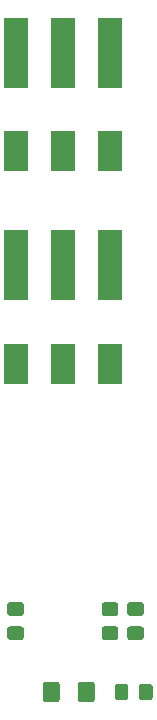
<source format=gbr>
G04 #@! TF.GenerationSoftware,KiCad,Pcbnew,(5.1.5-0-10_14)*
G04 #@! TF.CreationDate,2020-03-08T20:48:31+01:00*
G04 #@! TF.ProjectId,sensorHead,73656e73-6f72-4486-9561-642e6b696361,rev?*
G04 #@! TF.SameCoordinates,Original*
G04 #@! TF.FileFunction,Paste,Top*
G04 #@! TF.FilePolarity,Positive*
%FSLAX46Y46*%
G04 Gerber Fmt 4.6, Leading zero omitted, Abs format (unit mm)*
G04 Created by KiCad (PCBNEW (5.1.5-0-10_14)) date 2020-03-08 20:48:31*
%MOMM*%
%LPD*%
G04 APERTURE LIST*
%ADD10C,0.100000*%
%ADD11R,2.000000X3.500000*%
%ADD12R,2.000000X6.000000*%
G04 APERTURE END LIST*
D10*
G36*
X63473866Y-102451204D02*
G01*
X63498134Y-102454804D01*
X63521933Y-102460765D01*
X63545032Y-102469030D01*
X63567211Y-102479520D01*
X63588254Y-102492132D01*
X63607960Y-102506747D01*
X63626138Y-102523223D01*
X63642614Y-102541401D01*
X63657229Y-102561107D01*
X63669841Y-102582150D01*
X63680331Y-102604329D01*
X63688596Y-102627428D01*
X63694557Y-102651227D01*
X63698157Y-102675495D01*
X63699361Y-102699999D01*
X63699361Y-103350001D01*
X63698157Y-103374505D01*
X63694557Y-103398773D01*
X63688596Y-103422572D01*
X63680331Y-103445671D01*
X63669841Y-103467850D01*
X63657229Y-103488893D01*
X63642614Y-103508599D01*
X63626138Y-103526777D01*
X63607960Y-103543253D01*
X63588254Y-103557868D01*
X63567211Y-103570480D01*
X63545032Y-103580970D01*
X63521933Y-103589235D01*
X63498134Y-103595196D01*
X63473866Y-103598796D01*
X63449362Y-103600000D01*
X62549360Y-103600000D01*
X62524856Y-103598796D01*
X62500588Y-103595196D01*
X62476789Y-103589235D01*
X62453690Y-103580970D01*
X62431511Y-103570480D01*
X62410468Y-103557868D01*
X62390762Y-103543253D01*
X62372584Y-103526777D01*
X62356108Y-103508599D01*
X62341493Y-103488893D01*
X62328881Y-103467850D01*
X62318391Y-103445671D01*
X62310126Y-103422572D01*
X62304165Y-103398773D01*
X62300565Y-103374505D01*
X62299361Y-103350001D01*
X62299361Y-102699999D01*
X62300565Y-102675495D01*
X62304165Y-102651227D01*
X62310126Y-102627428D01*
X62318391Y-102604329D01*
X62328881Y-102582150D01*
X62341493Y-102561107D01*
X62356108Y-102541401D01*
X62372584Y-102523223D01*
X62390762Y-102506747D01*
X62410468Y-102492132D01*
X62431511Y-102479520D01*
X62453690Y-102469030D01*
X62476789Y-102460765D01*
X62500588Y-102454804D01*
X62524856Y-102451204D01*
X62549360Y-102450000D01*
X63449362Y-102450000D01*
X63473866Y-102451204D01*
G37*
G36*
X63473866Y-100401204D02*
G01*
X63498134Y-100404804D01*
X63521933Y-100410765D01*
X63545032Y-100419030D01*
X63567211Y-100429520D01*
X63588254Y-100442132D01*
X63607960Y-100456747D01*
X63626138Y-100473223D01*
X63642614Y-100491401D01*
X63657229Y-100511107D01*
X63669841Y-100532150D01*
X63680331Y-100554329D01*
X63688596Y-100577428D01*
X63694557Y-100601227D01*
X63698157Y-100625495D01*
X63699361Y-100649999D01*
X63699361Y-101300001D01*
X63698157Y-101324505D01*
X63694557Y-101348773D01*
X63688596Y-101372572D01*
X63680331Y-101395671D01*
X63669841Y-101417850D01*
X63657229Y-101438893D01*
X63642614Y-101458599D01*
X63626138Y-101476777D01*
X63607960Y-101493253D01*
X63588254Y-101507868D01*
X63567211Y-101520480D01*
X63545032Y-101530970D01*
X63521933Y-101539235D01*
X63498134Y-101545196D01*
X63473866Y-101548796D01*
X63449362Y-101550000D01*
X62549360Y-101550000D01*
X62524856Y-101548796D01*
X62500588Y-101545196D01*
X62476789Y-101539235D01*
X62453690Y-101530970D01*
X62431511Y-101520480D01*
X62410468Y-101507868D01*
X62390762Y-101493253D01*
X62372584Y-101476777D01*
X62356108Y-101458599D01*
X62341493Y-101438893D01*
X62328881Y-101417850D01*
X62318391Y-101395671D01*
X62310126Y-101372572D01*
X62304165Y-101348773D01*
X62300565Y-101324505D01*
X62299361Y-101300001D01*
X62299361Y-100649999D01*
X62300565Y-100625495D01*
X62304165Y-100601227D01*
X62310126Y-100577428D01*
X62318391Y-100554329D01*
X62328881Y-100532150D01*
X62341493Y-100511107D01*
X62356108Y-100491401D01*
X62372584Y-100473223D01*
X62390762Y-100456747D01*
X62410468Y-100442132D01*
X62431511Y-100429520D01*
X62453690Y-100419030D01*
X62476789Y-100410765D01*
X62500588Y-100404804D01*
X62524856Y-100401204D01*
X62549360Y-100400000D01*
X63449362Y-100400000D01*
X63473866Y-100401204D01*
G37*
D11*
X54999361Y-80225000D03*
D12*
X54999361Y-71875000D03*
X62999361Y-71875000D03*
D11*
X62999361Y-80225000D03*
D12*
X54999361Y-53875000D03*
D11*
X54999361Y-62225000D03*
X58999361Y-62225000D03*
D12*
X58999361Y-53875000D03*
D11*
X62999361Y-62225000D03*
D12*
X62999361Y-53875000D03*
D11*
X58999361Y-80225000D03*
D12*
X58999361Y-71875000D03*
D10*
G36*
X58499504Y-107126204D02*
G01*
X58523773Y-107129804D01*
X58547571Y-107135765D01*
X58570671Y-107144030D01*
X58592849Y-107154520D01*
X58613893Y-107167133D01*
X58633598Y-107181747D01*
X58651777Y-107198223D01*
X58668253Y-107216402D01*
X58682867Y-107236107D01*
X58695480Y-107257151D01*
X58705970Y-107279329D01*
X58714235Y-107302429D01*
X58720196Y-107326227D01*
X58723796Y-107350496D01*
X58725000Y-107375000D01*
X58725000Y-108625000D01*
X58723796Y-108649504D01*
X58720196Y-108673773D01*
X58714235Y-108697571D01*
X58705970Y-108720671D01*
X58695480Y-108742849D01*
X58682867Y-108763893D01*
X58668253Y-108783598D01*
X58651777Y-108801777D01*
X58633598Y-108818253D01*
X58613893Y-108832867D01*
X58592849Y-108845480D01*
X58570671Y-108855970D01*
X58547571Y-108864235D01*
X58523773Y-108870196D01*
X58499504Y-108873796D01*
X58475000Y-108875000D01*
X57550000Y-108875000D01*
X57525496Y-108873796D01*
X57501227Y-108870196D01*
X57477429Y-108864235D01*
X57454329Y-108855970D01*
X57432151Y-108845480D01*
X57411107Y-108832867D01*
X57391402Y-108818253D01*
X57373223Y-108801777D01*
X57356747Y-108783598D01*
X57342133Y-108763893D01*
X57329520Y-108742849D01*
X57319030Y-108720671D01*
X57310765Y-108697571D01*
X57304804Y-108673773D01*
X57301204Y-108649504D01*
X57300000Y-108625000D01*
X57300000Y-107375000D01*
X57301204Y-107350496D01*
X57304804Y-107326227D01*
X57310765Y-107302429D01*
X57319030Y-107279329D01*
X57329520Y-107257151D01*
X57342133Y-107236107D01*
X57356747Y-107216402D01*
X57373223Y-107198223D01*
X57391402Y-107181747D01*
X57411107Y-107167133D01*
X57432151Y-107154520D01*
X57454329Y-107144030D01*
X57477429Y-107135765D01*
X57501227Y-107129804D01*
X57525496Y-107126204D01*
X57550000Y-107125000D01*
X58475000Y-107125000D01*
X58499504Y-107126204D01*
G37*
G36*
X61474504Y-107126204D02*
G01*
X61498773Y-107129804D01*
X61522571Y-107135765D01*
X61545671Y-107144030D01*
X61567849Y-107154520D01*
X61588893Y-107167133D01*
X61608598Y-107181747D01*
X61626777Y-107198223D01*
X61643253Y-107216402D01*
X61657867Y-107236107D01*
X61670480Y-107257151D01*
X61680970Y-107279329D01*
X61689235Y-107302429D01*
X61695196Y-107326227D01*
X61698796Y-107350496D01*
X61700000Y-107375000D01*
X61700000Y-108625000D01*
X61698796Y-108649504D01*
X61695196Y-108673773D01*
X61689235Y-108697571D01*
X61680970Y-108720671D01*
X61670480Y-108742849D01*
X61657867Y-108763893D01*
X61643253Y-108783598D01*
X61626777Y-108801777D01*
X61608598Y-108818253D01*
X61588893Y-108832867D01*
X61567849Y-108845480D01*
X61545671Y-108855970D01*
X61522571Y-108864235D01*
X61498773Y-108870196D01*
X61474504Y-108873796D01*
X61450000Y-108875000D01*
X60525000Y-108875000D01*
X60500496Y-108873796D01*
X60476227Y-108870196D01*
X60452429Y-108864235D01*
X60429329Y-108855970D01*
X60407151Y-108845480D01*
X60386107Y-108832867D01*
X60366402Y-108818253D01*
X60348223Y-108801777D01*
X60331747Y-108783598D01*
X60317133Y-108763893D01*
X60304520Y-108742849D01*
X60294030Y-108720671D01*
X60285765Y-108697571D01*
X60279804Y-108673773D01*
X60276204Y-108649504D01*
X60275000Y-108625000D01*
X60275000Y-107375000D01*
X60276204Y-107350496D01*
X60279804Y-107326227D01*
X60285765Y-107302429D01*
X60294030Y-107279329D01*
X60304520Y-107257151D01*
X60317133Y-107236107D01*
X60331747Y-107216402D01*
X60348223Y-107198223D01*
X60366402Y-107181747D01*
X60386107Y-107167133D01*
X60407151Y-107154520D01*
X60429329Y-107144030D01*
X60452429Y-107135765D01*
X60476227Y-107129804D01*
X60500496Y-107126204D01*
X60525000Y-107125000D01*
X61450000Y-107125000D01*
X61474504Y-107126204D01*
G37*
G36*
X65625505Y-100401204D02*
G01*
X65649773Y-100404804D01*
X65673572Y-100410765D01*
X65696671Y-100419030D01*
X65718850Y-100429520D01*
X65739893Y-100442132D01*
X65759599Y-100456747D01*
X65777777Y-100473223D01*
X65794253Y-100491401D01*
X65808868Y-100511107D01*
X65821480Y-100532150D01*
X65831970Y-100554329D01*
X65840235Y-100577428D01*
X65846196Y-100601227D01*
X65849796Y-100625495D01*
X65851000Y-100649999D01*
X65851000Y-101300001D01*
X65849796Y-101324505D01*
X65846196Y-101348773D01*
X65840235Y-101372572D01*
X65831970Y-101395671D01*
X65821480Y-101417850D01*
X65808868Y-101438893D01*
X65794253Y-101458599D01*
X65777777Y-101476777D01*
X65759599Y-101493253D01*
X65739893Y-101507868D01*
X65718850Y-101520480D01*
X65696671Y-101530970D01*
X65673572Y-101539235D01*
X65649773Y-101545196D01*
X65625505Y-101548796D01*
X65601001Y-101550000D01*
X64700999Y-101550000D01*
X64676495Y-101548796D01*
X64652227Y-101545196D01*
X64628428Y-101539235D01*
X64605329Y-101530970D01*
X64583150Y-101520480D01*
X64562107Y-101507868D01*
X64542401Y-101493253D01*
X64524223Y-101476777D01*
X64507747Y-101458599D01*
X64493132Y-101438893D01*
X64480520Y-101417850D01*
X64470030Y-101395671D01*
X64461765Y-101372572D01*
X64455804Y-101348773D01*
X64452204Y-101324505D01*
X64451000Y-101300001D01*
X64451000Y-100649999D01*
X64452204Y-100625495D01*
X64455804Y-100601227D01*
X64461765Y-100577428D01*
X64470030Y-100554329D01*
X64480520Y-100532150D01*
X64493132Y-100511107D01*
X64507747Y-100491401D01*
X64524223Y-100473223D01*
X64542401Y-100456747D01*
X64562107Y-100442132D01*
X64583150Y-100429520D01*
X64605329Y-100419030D01*
X64628428Y-100410765D01*
X64652227Y-100404804D01*
X64676495Y-100401204D01*
X64700999Y-100400000D01*
X65601001Y-100400000D01*
X65625505Y-100401204D01*
G37*
G36*
X65625505Y-102451204D02*
G01*
X65649773Y-102454804D01*
X65673572Y-102460765D01*
X65696671Y-102469030D01*
X65718850Y-102479520D01*
X65739893Y-102492132D01*
X65759599Y-102506747D01*
X65777777Y-102523223D01*
X65794253Y-102541401D01*
X65808868Y-102561107D01*
X65821480Y-102582150D01*
X65831970Y-102604329D01*
X65840235Y-102627428D01*
X65846196Y-102651227D01*
X65849796Y-102675495D01*
X65851000Y-102699999D01*
X65851000Y-103350001D01*
X65849796Y-103374505D01*
X65846196Y-103398773D01*
X65840235Y-103422572D01*
X65831970Y-103445671D01*
X65821480Y-103467850D01*
X65808868Y-103488893D01*
X65794253Y-103508599D01*
X65777777Y-103526777D01*
X65759599Y-103543253D01*
X65739893Y-103557868D01*
X65718850Y-103570480D01*
X65696671Y-103580970D01*
X65673572Y-103589235D01*
X65649773Y-103595196D01*
X65625505Y-103598796D01*
X65601001Y-103600000D01*
X64700999Y-103600000D01*
X64676495Y-103598796D01*
X64652227Y-103595196D01*
X64628428Y-103589235D01*
X64605329Y-103580970D01*
X64583150Y-103570480D01*
X64562107Y-103557868D01*
X64542401Y-103543253D01*
X64524223Y-103526777D01*
X64507747Y-103508599D01*
X64493132Y-103488893D01*
X64480520Y-103467850D01*
X64470030Y-103445671D01*
X64461765Y-103422572D01*
X64455804Y-103398773D01*
X64452204Y-103374505D01*
X64451000Y-103350001D01*
X64451000Y-102699999D01*
X64452204Y-102675495D01*
X64455804Y-102651227D01*
X64461765Y-102627428D01*
X64470030Y-102604329D01*
X64480520Y-102582150D01*
X64493132Y-102561107D01*
X64507747Y-102541401D01*
X64524223Y-102523223D01*
X64542401Y-102506747D01*
X64562107Y-102492132D01*
X64583150Y-102479520D01*
X64605329Y-102469030D01*
X64628428Y-102460765D01*
X64652227Y-102454804D01*
X64676495Y-102451204D01*
X64700999Y-102450000D01*
X65601001Y-102450000D01*
X65625505Y-102451204D01*
G37*
G36*
X55473866Y-102451204D02*
G01*
X55498134Y-102454804D01*
X55521933Y-102460765D01*
X55545032Y-102469030D01*
X55567211Y-102479520D01*
X55588254Y-102492132D01*
X55607960Y-102506747D01*
X55626138Y-102523223D01*
X55642614Y-102541401D01*
X55657229Y-102561107D01*
X55669841Y-102582150D01*
X55680331Y-102604329D01*
X55688596Y-102627428D01*
X55694557Y-102651227D01*
X55698157Y-102675495D01*
X55699361Y-102699999D01*
X55699361Y-103350001D01*
X55698157Y-103374505D01*
X55694557Y-103398773D01*
X55688596Y-103422572D01*
X55680331Y-103445671D01*
X55669841Y-103467850D01*
X55657229Y-103488893D01*
X55642614Y-103508599D01*
X55626138Y-103526777D01*
X55607960Y-103543253D01*
X55588254Y-103557868D01*
X55567211Y-103570480D01*
X55545032Y-103580970D01*
X55521933Y-103589235D01*
X55498134Y-103595196D01*
X55473866Y-103598796D01*
X55449362Y-103600000D01*
X54549360Y-103600000D01*
X54524856Y-103598796D01*
X54500588Y-103595196D01*
X54476789Y-103589235D01*
X54453690Y-103580970D01*
X54431511Y-103570480D01*
X54410468Y-103557868D01*
X54390762Y-103543253D01*
X54372584Y-103526777D01*
X54356108Y-103508599D01*
X54341493Y-103488893D01*
X54328881Y-103467850D01*
X54318391Y-103445671D01*
X54310126Y-103422572D01*
X54304165Y-103398773D01*
X54300565Y-103374505D01*
X54299361Y-103350001D01*
X54299361Y-102699999D01*
X54300565Y-102675495D01*
X54304165Y-102651227D01*
X54310126Y-102627428D01*
X54318391Y-102604329D01*
X54328881Y-102582150D01*
X54341493Y-102561107D01*
X54356108Y-102541401D01*
X54372584Y-102523223D01*
X54390762Y-102506747D01*
X54410468Y-102492132D01*
X54431511Y-102479520D01*
X54453690Y-102469030D01*
X54476789Y-102460765D01*
X54500588Y-102454804D01*
X54524856Y-102451204D01*
X54549360Y-102450000D01*
X55449362Y-102450000D01*
X55473866Y-102451204D01*
G37*
G36*
X55473866Y-100401204D02*
G01*
X55498134Y-100404804D01*
X55521933Y-100410765D01*
X55545032Y-100419030D01*
X55567211Y-100429520D01*
X55588254Y-100442132D01*
X55607960Y-100456747D01*
X55626138Y-100473223D01*
X55642614Y-100491401D01*
X55657229Y-100511107D01*
X55669841Y-100532150D01*
X55680331Y-100554329D01*
X55688596Y-100577428D01*
X55694557Y-100601227D01*
X55698157Y-100625495D01*
X55699361Y-100649999D01*
X55699361Y-101300001D01*
X55698157Y-101324505D01*
X55694557Y-101348773D01*
X55688596Y-101372572D01*
X55680331Y-101395671D01*
X55669841Y-101417850D01*
X55657229Y-101438893D01*
X55642614Y-101458599D01*
X55626138Y-101476777D01*
X55607960Y-101493253D01*
X55588254Y-101507868D01*
X55567211Y-101520480D01*
X55545032Y-101530970D01*
X55521933Y-101539235D01*
X55498134Y-101545196D01*
X55473866Y-101548796D01*
X55449362Y-101550000D01*
X54549360Y-101550000D01*
X54524856Y-101548796D01*
X54500588Y-101545196D01*
X54476789Y-101539235D01*
X54453690Y-101530970D01*
X54431511Y-101520480D01*
X54410468Y-101507868D01*
X54390762Y-101493253D01*
X54372584Y-101476777D01*
X54356108Y-101458599D01*
X54341493Y-101438893D01*
X54328881Y-101417850D01*
X54318391Y-101395671D01*
X54310126Y-101372572D01*
X54304165Y-101348773D01*
X54300565Y-101324505D01*
X54299361Y-101300001D01*
X54299361Y-100649999D01*
X54300565Y-100625495D01*
X54304165Y-100601227D01*
X54310126Y-100577428D01*
X54318391Y-100554329D01*
X54328881Y-100532150D01*
X54341493Y-100511107D01*
X54356108Y-100491401D01*
X54372584Y-100473223D01*
X54390762Y-100456747D01*
X54410468Y-100442132D01*
X54431511Y-100429520D01*
X54453690Y-100419030D01*
X54476789Y-100410765D01*
X54500588Y-100404804D01*
X54524856Y-100401204D01*
X54549360Y-100400000D01*
X55449362Y-100400000D01*
X55473866Y-100401204D01*
G37*
G36*
X64324505Y-107301204D02*
G01*
X64348773Y-107304804D01*
X64372572Y-107310765D01*
X64395671Y-107319030D01*
X64417850Y-107329520D01*
X64438893Y-107342132D01*
X64458599Y-107356747D01*
X64476777Y-107373223D01*
X64493253Y-107391401D01*
X64507868Y-107411107D01*
X64520480Y-107432150D01*
X64530970Y-107454329D01*
X64539235Y-107477428D01*
X64545196Y-107501227D01*
X64548796Y-107525495D01*
X64550000Y-107549999D01*
X64550000Y-108450001D01*
X64548796Y-108474505D01*
X64545196Y-108498773D01*
X64539235Y-108522572D01*
X64530970Y-108545671D01*
X64520480Y-108567850D01*
X64507868Y-108588893D01*
X64493253Y-108608599D01*
X64476777Y-108626777D01*
X64458599Y-108643253D01*
X64438893Y-108657868D01*
X64417850Y-108670480D01*
X64395671Y-108680970D01*
X64372572Y-108689235D01*
X64348773Y-108695196D01*
X64324505Y-108698796D01*
X64300001Y-108700000D01*
X63649999Y-108700000D01*
X63625495Y-108698796D01*
X63601227Y-108695196D01*
X63577428Y-108689235D01*
X63554329Y-108680970D01*
X63532150Y-108670480D01*
X63511107Y-108657868D01*
X63491401Y-108643253D01*
X63473223Y-108626777D01*
X63456747Y-108608599D01*
X63442132Y-108588893D01*
X63429520Y-108567850D01*
X63419030Y-108545671D01*
X63410765Y-108522572D01*
X63404804Y-108498773D01*
X63401204Y-108474505D01*
X63400000Y-108450001D01*
X63400000Y-107549999D01*
X63401204Y-107525495D01*
X63404804Y-107501227D01*
X63410765Y-107477428D01*
X63419030Y-107454329D01*
X63429520Y-107432150D01*
X63442132Y-107411107D01*
X63456747Y-107391401D01*
X63473223Y-107373223D01*
X63491401Y-107356747D01*
X63511107Y-107342132D01*
X63532150Y-107329520D01*
X63554329Y-107319030D01*
X63577428Y-107310765D01*
X63601227Y-107304804D01*
X63625495Y-107301204D01*
X63649999Y-107300000D01*
X64300001Y-107300000D01*
X64324505Y-107301204D01*
G37*
G36*
X66374505Y-107301204D02*
G01*
X66398773Y-107304804D01*
X66422572Y-107310765D01*
X66445671Y-107319030D01*
X66467850Y-107329520D01*
X66488893Y-107342132D01*
X66508599Y-107356747D01*
X66526777Y-107373223D01*
X66543253Y-107391401D01*
X66557868Y-107411107D01*
X66570480Y-107432150D01*
X66580970Y-107454329D01*
X66589235Y-107477428D01*
X66595196Y-107501227D01*
X66598796Y-107525495D01*
X66600000Y-107549999D01*
X66600000Y-108450001D01*
X66598796Y-108474505D01*
X66595196Y-108498773D01*
X66589235Y-108522572D01*
X66580970Y-108545671D01*
X66570480Y-108567850D01*
X66557868Y-108588893D01*
X66543253Y-108608599D01*
X66526777Y-108626777D01*
X66508599Y-108643253D01*
X66488893Y-108657868D01*
X66467850Y-108670480D01*
X66445671Y-108680970D01*
X66422572Y-108689235D01*
X66398773Y-108695196D01*
X66374505Y-108698796D01*
X66350001Y-108700000D01*
X65699999Y-108700000D01*
X65675495Y-108698796D01*
X65651227Y-108695196D01*
X65627428Y-108689235D01*
X65604329Y-108680970D01*
X65582150Y-108670480D01*
X65561107Y-108657868D01*
X65541401Y-108643253D01*
X65523223Y-108626777D01*
X65506747Y-108608599D01*
X65492132Y-108588893D01*
X65479520Y-108567850D01*
X65469030Y-108545671D01*
X65460765Y-108522572D01*
X65454804Y-108498773D01*
X65451204Y-108474505D01*
X65450000Y-108450001D01*
X65450000Y-107549999D01*
X65451204Y-107525495D01*
X65454804Y-107501227D01*
X65460765Y-107477428D01*
X65469030Y-107454329D01*
X65479520Y-107432150D01*
X65492132Y-107411107D01*
X65506747Y-107391401D01*
X65523223Y-107373223D01*
X65541401Y-107356747D01*
X65561107Y-107342132D01*
X65582150Y-107329520D01*
X65604329Y-107319030D01*
X65627428Y-107310765D01*
X65651227Y-107304804D01*
X65675495Y-107301204D01*
X65699999Y-107300000D01*
X66350001Y-107300000D01*
X66374505Y-107301204D01*
G37*
M02*

</source>
